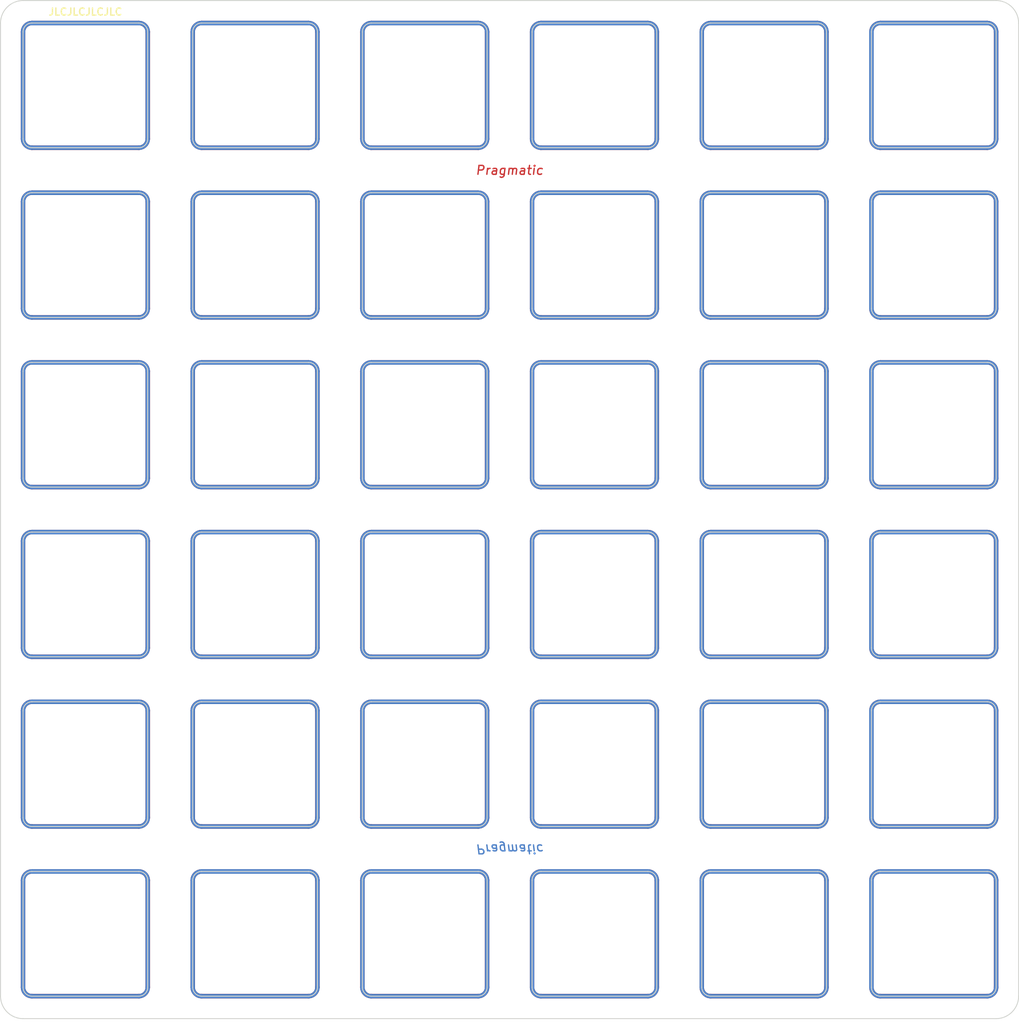
<source format=kicad_pcb>
(kicad_pcb (version 20211014) (generator pcbnew)
  (layers (0 "F.Cu" signal) (31 "B.Cu" signal) (34 "B.Paste" user) (35 "F.Paste" user) (36 "B.SilkS" user "B.Silkscreen") (37 "F.SilkS" user "F.Silkscreen") (38 "B.Mask" user) (39 "F.Mask" user) (44 "Edge.Cuts" user))
  (net 0 "")
  (footprint "Library:Switch_Hole" (layer "F.Cu") (at 88.9 107.95)
    (fp_text reference "REF**27" hide)
    (fp_text value "e" hide)
    (fp_line (start 7 6) (end 7 -6) (layer "Edge.Cuts") (width 0.12))
    (fp_line (start -7 6) (end -7 -6) (layer "Edge.Cuts") (width 0.12))
    (fp_line (start -6 7) (end 6 7) (layer "Edge.Cuts") (width 0.12))
    (fp_line (start -6 -7) (end 6 -7) (layer "Edge.Cuts") (width 0.12))
    (fp_arc (start -6 7) (mid -6.707107 6.707107) (end -7 6) (layer "Edge.Cuts") (width 0.12))
    (fp_arc (start -7 -6) (mid -6.707107 -6.707107) (end -6 -7) (layer "Edge.Cuts") (width 0.12))
    (fp_arc (start 6 -7) (mid 6.707107 -6.707107) (end 7 -6) (layer "Edge.Cuts") (width 0.12))
    (fp_arc (start 7 6) (mid 6.707107 6.707107) (end 6 7) (layer "Edge.Cuts") (width 0.12))
  )
  (footprint "Library:Switch_Hole" (layer "F.Cu") (at 50.8 88.9)
    (fp_text reference "REF**19" hide)
    (fp_text value "e" hide)
    (fp_line (start -6 7) (end 6 7) (layer "Edge.Cuts") (width 0.12))
    (fp_line (start -7 6) (end -7 -6) (layer "Edge.Cuts") (width 0.12))
    (fp_line (start -6 -7) (end 6 -7) (layer "Edge.Cuts") (width 0.12))
    (fp_line (start 7 6) (end 7 -6) (layer "Edge.Cuts") (width 0.12))
    (fp_arc (start -7 -6) (mid -6.707107 -6.707107) (end -6 -7) (layer "Edge.Cuts") (width 0.12))
    (fp_arc (start -6 7) (mid -6.707107 6.707107) (end -7 6) (layer "Edge.Cuts") (width 0.12))
    (fp_arc (start 6 -7) (mid 6.707107 -6.707107) (end 7 -6) (layer "Edge.Cuts") (width 0.12))
    (fp_arc (start 7 6) (mid 6.707107 6.707107) (end 6 7) (layer "Edge.Cuts") (width 0.12))
  )
  (footprint "MountingHole:MountingHole_2.7mm_M2.5" (layer "F.Cu") (at 117.475 117.475)
    (fp_text reference "REF**")
    (fp_text value "MountingHole_2.7mm_M2.5")
  )
  (footprint "Library:Switch_Hole" (layer "F.Cu") (at 107.95 50.8)
    (fp_text reference "REF**10" hide)
    (fp_text value "e" hide)
    (fp_line (start -7 6) (end -7 -6) (layer "Edge.Cuts") (width 0.12))
    (fp_line (start 7 6) (end 7 -6) (layer "Edge.Cuts") (width 0.12))
    (fp_line (start -6 -7) (end 6 -7) (layer "Edge.Cuts") (width 0.12))
    (fp_line (start -6 7) (end 6 7) (layer "Edge.Cuts") (width 0.12))
    (fp_arc (start 6 -7) (mid 6.707107 -6.707107) (end 7 -6) (layer "Edge.Cuts") (width 0.12))
    (fp_arc (start -6 7) (mid -6.707107 6.707107) (end -7 6) (layer "Edge.Cuts") (width 0.12))
    (fp_arc (start 7 6) (mid 6.707107 6.707107) (end 6 7) (layer "Edge.Cuts") (width 0.12))
    (fp_arc (start -7 -6) (mid -6.707107 -6.707107) (end -6 -7) (layer "Edge.Cuts") (width 0.12))
  )
  (footprint "Library:Switch_Hole" (layer "F.Cu") (at 69.85 31.75)
    (fp_text reference "REF**2" hide)
    (fp_text value "e" hide)
    (fp_line (start -6 -7) (end 6 -7) (layer "Edge.Cuts") (width 0.12))
    (fp_line (start -7 6) (end -7 -6) (layer "Edge.Cuts") (width 0.12))
    (fp_line (start 7 6) (end 7 -6) (layer "Edge.Cuts") (width 0.12))
    (fp_line (start -6 7) (end 6 7) (layer "Edge.Cuts") (width 0.12))
    (fp_arc (start 6 -7) (mid 6.707107 -6.707107) (end 7 -6) (layer "Edge.Cuts") (width 0.12))
    (fp_arc (start -7 -6) (mid -6.707107 -6.707107) (end -6 -7) (layer "Edge.Cuts") (width 0.12))
    (fp_arc (start -6 7) (mid -6.707107 6.707107) (end -7 6) (layer "Edge.Cuts") (width 0.12))
    (fp_arc (start 7 6) (mid 6.707107 6.707107) (end 6 7) (layer "Edge.Cuts") (width 0.12))
  )
  (footprint "Library:Switch_Hole" (layer "F.Cu") (at 88.9 31.75)
    (fp_text reference "REF**3" hide)
    (fp_text value "e" hide)
    (fp_line (start 7 6) (end 7 -6) (layer "Edge.Cuts") (width 0.12))
    (fp_line (start -7 6) (end -7 -6) (layer "Edge.Cuts") (width 0.12))
    (fp_line (start -6 7) (end 6 7) (layer "Edge.Cuts") (width 0.12))
    (fp_line (start -6 -7) (end 6 -7) (layer "Edge.Cuts") (width 0.12))
    (fp_arc (start -7 -6) (mid -6.707107 -6.707107) (end -6 -7) (layer "Edge.Cuts") (width 0.12))
    (fp_arc (start 7 6) (mid 6.707107 6.707107) (end 6 7) (layer "Edge.Cuts") (width 0.12))
    (fp_arc (start -6 7) (mid -6.707107 6.707107) (end -7 6) (layer "Edge.Cuts") (width 0.12))
    (fp_arc (start 6 -7) (mid 6.707107 -6.707107) (end 7 -6) (layer "Edge.Cuts") (width 0.12))
  )
  (footprint "Library:Switch_Hole" (layer "F.Cu") (at 50.8 69.85)
    (fp_text reference "REF**13" hide)
    (fp_text value "e" hide)
    (fp_line (start -6 -7) (end 6 -7) (layer "Edge.Cuts") (width 0.12))
    (fp_line (start -6 7) (end 6 7) (layer "Edge.Cuts") (width 0.12))
    (fp_line (start -7 6) (end -7 -6) (layer "Edge.Cuts") (width 0.12))
    (fp_line (start 7 6) (end 7 -6) (layer "Edge.Cuts") (width 0.12))
    (fp_arc (start 6 -7) (mid 6.707107 -6.707107) (end 7 -6) (layer "Edge.Cuts") (width 0.12))
    (fp_arc (start 7 6) (mid 6.707107 6.707107) (end 6 7) (layer "Edge.Cuts") (width 0.12))
    (fp_arc (start -6 7) (mid -6.707107 6.707107) (end -7 6) (layer "Edge.Cuts") (width 0.12))
    (fp_arc (start -7 -6) (mid -6.707107 -6.707107) (end -6 -7) (layer "Edge.Cuts") (width 0.12))
  )
  (footprint "Library:Switch_Hole" (layer "F.Cu") (at 127 88.9)
    (fp_text reference "REF**23" hide)
    (fp_text value "e" hide)
    (fp_line (start 7 6) (end 7 -6) (layer "Edge.Cuts") (width 0.12))
    (fp_line (start -7 6) (end -7 -6) (layer "Edge.Cuts") (width 0.12))
    (fp_line (start -6 -7) (end 6 -7) (layer "Edge.Cuts") (width 0.12))
    (fp_line (start -6 7) (end 6 7) (layer "Edge.Cuts") (width 0.12))
    (fp_arc (start -6 7) (mid -6.707107 6.707107) (end -7 6) (layer "Edge.Cuts") (width 0.12))
    (fp_arc (start 6 -7) (mid 6.707107 -6.707107) (end 7 -6) (layer "Edge.Cuts") (width 0.12))
    (fp_arc (start 7 6) (mid 6.707107 6.707107) (end 6 7) (layer "Edge.Cuts") (width 0.12))
    (fp_arc (start -7 -6) (mid -6.707107 -6.707107) (end -6 -7) (layer "Edge.Cuts") (width 0.12))
  )
  (footprint "Library:Switch_Hole" (layer "F.Cu") (at 31.75 50.8)
    (fp_text reference "REF**6" hide)
    (fp_text value "e" hide)
    (fp_line (start 7 6) (end 7 -6) (layer "Edge.Cuts") (width 0.12))
    (fp_line (start -6 -7) (end 6 -7) (layer "Edge.Cuts") (width 0.12))
    (fp_line (start -7 6) (end -7 -6) (layer "Edge.Cuts") (width 0.12))
    (fp_line (start -6 7) (end 6 7) (layer "Edge.Cuts") (width 0.12))
    (fp_arc (start -6 7) (mid -6.707107 6.707107) (end -7 6) (layer "Edge.Cuts") (width 0.12))
    (fp_arc (start 6 -7) (mid 6.707107 -6.707107) (end 7 -6) (layer "Edge.Cuts") (width 0.12))
    (fp_arc (start 7 6) (mid 6.707107 6.707107) (end 6 7) (layer "Edge.Cuts") (width 0.12))
    (fp_arc (start -7 -6) (mid -6.707107 -6.707107) (end -6 -7) (layer "Edge.Cuts") (width 0.12))
  )
  (footprint "Keyboard_JSA:JLC Legend" (layer "F.Cu") (at 31.75 23.495)
    (fp_text reference "REF**" hide)
    (fp_text value "JLC Legend" hide)
  )
  (footprint "Library:Switch_Hole" (layer "F.Cu") (at 127 127)
    (fp_text reference "REF**35" hide)
    (fp_text value "e" hide)
    (fp_line (start -6 7) (end 6 7) (layer "Edge.Cuts") (width 0.12))
    (fp_line (start -6 -7) (end 6 -7) (layer "Edge.Cuts") (width 0.12))
    (fp_line (start 7 6) (end 7 -6) (layer "Edge.Cuts") (width 0.12))
    (fp_line (start -7 6) (end -7 -6) (layer "Edge.Cuts") (width 0.12))
    (fp_arc (start 6 -7) (mid 6.707107 -6.707107) (end 7 -6) (layer "Edge.Cuts") (width 0.12))
    (fp_arc (start -7 -6) (mid -6.707107 -6.707107) (end -6 -7) (layer "Edge.Cuts") (width 0.12))
    (fp_arc (start 7 6) (mid 6.707107 6.707107) (end 6 7) (layer "Edge.Cuts") (width 0.12))
    (fp_arc (start -6 7) (mid -6.707107 6.707107) (end -7 6) (layer "Edge.Cuts") (width 0.12))
  )
  (footprint "Library:Switch_Hole" (layer "F.Cu") (at 69.85 107.95)
    (fp_text reference "REF**26" hide)
    (fp_text value "e" hide)
    (fp_line (start -6 -7) (end 6 -7) (layer "Edge.Cuts") (width 0.12))
    (fp_line (start -6 7) (end 6 7) (layer "Edge.Cuts") (width 0.12))
    (fp_line (start -7 6) (end -7 -6) (layer "Edge.Cuts") (width 0.12))
    (fp_line (start 7 6) (end 7 -6) (layer "Edge.Cuts") (width 0.12))
    (fp_arc (start -6 7) (mid -6.707107 6.707107) (end -7 6) (layer "Edge.Cuts") (width 0.12))
    (fp_arc (start 7 6) (mid 6.707107 6.707107) (end 6 7) (layer "Edge.Cuts") (width 0.12))
    (fp_arc (start 6 -7) (mid 6.707107 -6.707107) (end 7 -6) (layer "Edge.Cuts") (width 0.12))
    (fp_arc (start -7 -6) (mid -6.707107 -6.707107) (end -6 -7) (layer "Edge.Cuts") (width 0.12))
  )
  (footprint "Library:Switch_Hole" (layer "F.Cu") (at 107.95 88.9)
    (fp_text reference "REF**22" hide)
    (fp_text value "e" hide)
    (fp_line (start -6 7) (end 6 7) (layer "Edge.Cuts") (width 0.12))
    (fp_line (start 7 6) (end 7 -6) (layer "Edge.Cuts") (width 0.12))
    (fp_line (start -6 -7) (end 6 -7) (layer "Edge.Cuts") (width 0.12))
    (fp_line (start -7 6) (end -7 -6) (layer "Edge.Cuts") (width 0.12))
    (fp_arc (start 7 6) (mid 6.707107 6.707107) (end 6 7) (layer "Edge.Cuts") (width 0.12))
    (fp_arc (start 6 -7) (mid 6.707107 -6.707107) (end 7 -6) (layer "Edge.Cuts") (width 0.12))
    (fp_arc (start -6 7) (mid -6.707107 6.707107) (end -7 6) (layer "Edge.Cuts") (width 0.12))
    (fp_arc (start -7 -6) (mid -6.707107 -6.707107) (end -6 -7) (layer "Edge.Cuts") (width 0.12))
  )
  (footprint "Library:Switch_Hole" (layer "F.Cu") (at 50.8 127)
    (fp_text reference "REF**31" hide)
    (fp_text value "e" hide)
    (fp_line (start 7 6) (end 7 -6) (layer "Edge.Cuts") (width 0.12))
    (fp_line (start -6 -7) (end 6 -7) (layer "Edge.Cuts") (width 0.12))
    (fp_line (start -6 7) (end 6 7) (layer "Edge.Cuts") (width 0.12))
    (fp_line (start -7 6) (end -7 -6) (layer "Edge.Cuts") (width 0.12))
    (fp_arc (start 7 6) (mid 6.707107 6.707107) (end 6 7) (layer "Edge.Cuts") (width 0.12))
    (fp_arc (start -7 -6) (mid -6.707107 -6.707107) (end -6 -7) (layer "Edge.Cuts") (width 0.12))
    (fp_arc (start -6 7) (mid -6.707107 6.707107) (end -7 6) (layer "Edge.Cuts") (width 0.12))
    (fp_arc (start 6 -7) (mid 6.707107 -6.707107) (end 7 -6) (layer "Edge.Cuts") (width 0.12))
  )
  (footprint "Library:Switch_Hole" (layer "F.Cu") (at 127 69.85)
    (fp_text reference "REF**17" hide)
    (fp_text value "e" hide)
    (fp_line (start -7 6) (end -7 -6) (layer "Edge.Cuts") (width 0.12))
    (fp_line (start -6 -7) (end 6 -7) (layer "Edge.Cuts") (width 0.12))
    (fp_line (start -6 7) (end 6 7) (layer "Edge.Cuts") (width 0.12))
    (fp_line (start 7 6) (end 7 -6) (layer "Edge.Cuts") (width 0.12))
    (fp_arc (start 7 6) (mid 6.707107 6.707107) (end 6 7) (layer "Edge.Cuts") (width 0.12))
    (fp_arc (start 6 -7) (mid 6.707107 -6.707107) (end 7 -6) (layer "Edge.Cuts") (width 0.12))
    (fp_arc (start -7 -6) (mid -6.707107 -6.707107) (end -6 -7) (layer "Edge.Cuts") (width 0.12))
    (fp_arc (start -6 7) (mid -6.707107 6.707107) (end -7 6) (layer "Edge.Cuts") (width 0.12))
  )
  (footprint "Library:Switch_Hole" (layer "F.Cu") (at 107.95 107.95)
    (fp_text reference "REF**28" hide)
    (fp_text value "e" hide)
    (fp_line (start 7 6) (end 7 -6) (layer "Edge.Cuts") (width 0.12))
    (fp_line (start -7 6) (end -7 -6) (layer "Edge.Cuts") (width 0.12))
    (fp_line (start -6 -7) (end 6 -7) (layer "Edge.Cuts") (width 0.12))
    (fp_line (start -6 7) (end 6 7) (layer "Edge.Cuts") (width 0.12))
    (fp_arc (start 6 -7) (mid 6.707107 -6.707107) (end 7 -6) (layer "Edge.Cuts") (width 0.12))
    (fp_arc (start 7 6) (mid 6.707107 6.707107) (end 6 7) (layer "Edge.Cuts") (width 0.12))
    (fp_arc (start -7 -6) (mid -6.707107 -6.707107) (end -6 -7) (layer "Edge.Cuts") (width 0.12))
    (fp_arc (start -6 7) (mid -6.707107 6.707107) (end -7 6) (layer "Edge.Cuts") (width 0.12))
  )
  (footprint "Library:Switch_Hole" (layer "F.Cu") (at 69.85 50.8)
    (fp_text reference "REF**8" hide)
    (fp_text value "e" hide)
    (fp_line (start -6 -7) (end 6 -7) (layer "Edge.Cuts") (width 0.12))
    (fp_line (start 7 6) (end 7 -6) (layer "Edge.Cuts") (width 0.12))
    (fp_line (start -6 7) (end 6 7) (layer "Edge.Cuts") (width 0.12))
    (fp_line (start -7 6) (end -7 -6) (layer "Edge.Cuts") (width 0.12))
    (fp_arc (start 7 6) (mid 6.707107 6.707107) (end 6 7) (layer "Edge.Cuts") (width 0.12))
    (fp_arc (start -6 7) (mid -6.707107 6.707107) (end -7 6) (layer "Edge.Cuts") (width 0.12))
    (fp_arc (start 6 -7) (mid 6.707107 -6.707107) (end 7 -6) (layer "Edge.Cuts") (width 0.12))
    (fp_arc (start -7 -6) (mid -6.707107 -6.707107) (end -6 -7) (layer "Edge.Cuts") (width 0.12))
  )
  (footprint "Library:Switch_Hole" (layer "F.Cu") (at 107.95 31.75)
    (fp_text reference "REF**4" hide)
    (fp_text value "e" hide)
    (fp_line (start 7 6) (end 7 -6) (layer "Edge.Cuts") (width 0.12))
    (fp_line (start -6 -7) (end 6 -7) (layer "Edge.Cuts") (width 0.12))
    (fp_line (start -7 6) (end -7 -6) (layer "Edge.Cuts") (width 0.12))
    (fp_line (start -6 7) (end 6 7) (layer "Edge.Cuts") (width 0.12))
    (fp_arc (start -6 7) (mid -6.707107 6.707107) (end -7 6) (layer "Edge.Cuts") (width 0.12))
    (fp_arc (start -7 -6) (mid -6.707107 -6.707107) (end -6 -7) (layer "Edge.Cuts") (width 0.12))
    (fp_arc (start 7 6) (mid 6.707107 6.707107) (end 6 7) (layer "Edge.Cuts") (width 0.12))
    (fp_arc (start 6 -7) (mid 6.707107 -6.707107) (end 7 -6) (layer "Edge.Cuts") (width 0.12))
  )
  (footprint "Library:Switch_Hole" (layer "F.Cu") (at 69.85 88.9)
    (fp_text reference "REF**20" hide)
    (fp_text value "e" hide)
    (fp_line (start -6 7) (end 6 7) (layer "Edge.Cuts") (width 0.12))
    (fp_line (start -6 -7) (end 6 -7) (layer "Edge.Cuts") (width 0.12))
    (fp_line (start -7 6) (end -7 -6) (layer "Edge.Cuts") (width 0.12))
    (fp_line (start 7 6) (end 7 -6) (layer "Edge.Cuts") (width 0.12))
    (fp_arc (start 7 6) (mid 6.707107 6.707107) (end 6 7) (layer "Edge.Cuts") (width 0.12))
    (fp_arc (start 6 -7) (mid 6.707107 -6.707107) (end 7 -6) (layer "Edge.Cuts") (width 0.12))
    (fp_arc (start -7 -6) (mid -6.707107 -6.707107) (end -6 -7) (layer "Edge.Cuts") (width 0.12))
    (fp_arc (start -6 7) (mid -6.707107 6.707107) (end -7 6) (layer "Edge.Cuts") (width 0.12))
  )
  (footprint "MountingHole:MountingHole_2.7mm_M2.5" (layer "F.Cu") (at 41.275 41.275)
    (fp_text reference "REF**")
    (fp_text value "MountingHole_2.7mm_M2.5")
  )
  (footprint "Library:Switch_Hole" (layer "F.Cu") (at 88.9 127)
    (fp_text reference "REF**33" hide)
    (fp_text value "e" hide)
    (fp_line (start 7 6) (end 7 -6) (layer "Edge.Cuts") (width 0.12))
    (fp_line (start -7 6) (end -7 -6) (layer "Edge.Cuts") (width 0.12))
    (fp_line (start -6 7) (end 6 7) (layer "Edge.Cuts") (width 0.12))
    (fp_line (start -6 -7) (end 6 -7) (layer "Edge.Cuts") (width 0.12))
    (fp_arc (start 6 -7) (mid 6.707107 -6.707107) (end 7 -6) (layer "Edge.Cuts") (width 0.12))
    (fp_arc (start -6 7) (mid -6.707107 6.707107) (end -7 6) (layer "Edge.Cuts") (width 0.12))
    (fp_arc (start -7 -6) (mid -6.707107 -6.707107) (end -6 -7) (layer "Edge.Cuts") (width 0.12))
    (fp_arc (start 7 6) (mid 6.707107 6.707107) (end 6 7) (layer "Edge.Cuts") (width 0.12))
  )
  (footprint "Library:Switch_Hole" (layer "F.Cu") (at 69.85 127)
    (fp_text reference "REF**32" hide)
    (fp_text value "e" hide)
    (fp_line (start -7 6) (end -7 -6) (layer "Edge.Cuts") (width 0.12))
    (fp_line (start -6 -7) (end 6 -7) (layer "Edge.Cuts") (width 0.12))
    (fp_line (start 7 6) (end 7 -6) (layer "Edge.Cuts") (width 0.12))
    (fp_line (start -6 7) (end 6 7) (layer "Edge.Cuts") (width 0.12))
    (fp_arc (start 7 6) (mid 6.707107 6.707107) (end 6 7) (layer "Edge.Cuts") (width 0.12))
    (fp_arc (start -7 -6) (mid -6.707107 -6.707107) (end -6 -7) (layer "Edge.Cuts") (width 0.12))
    (fp_arc (start -6 7) (mid -6.707107 6.707107) (end -7 6) (layer "Edge.Cuts") (width 0.12))
    (fp_arc (start 6 -7) (mid 6.707107 -6.707107) (end 7 -6) (layer "Edge.Cuts") (width 0.12))
  )
  (footprint "Library:Switch_Hole" (layer "F.Cu") (at 127 107.95)
    (fp_text reference "REF**29" hide)
    (fp_text value "e" hide)
    (fp_line (start 7 6) (end 7 -6) (layer "Edge.Cuts") (width 0.12))
    (fp_line (start -6 -7) (end 6 -7) (layer "Edge.Cuts") (width 0.12))
    (fp_line (start -6 7) (end 6 7) (layer "Edge.Cuts") (width 0.12))
    (fp_line (start -7 6) (end -7 -6) (layer "Edge.Cuts") (width 0.12))
    (fp_arc (start -6 7) (mid -6.707107 6.707107) (end -7 6) (layer "Edge.Cuts") (width 0.12))
    (fp_arc (start -7 -6) (mid -6.707107 -6.707107) (end -6 -7) (layer "Edge.Cuts") (width 0.12))
    (fp_arc (start 6 -7) (mid 6.707107 -6.707107) (end 7 -6) (layer "Edge.Cuts") (width 0.12))
    (fp_arc (start 7 6) (mid 6.707107 6.707107) (end 6 7) (layer "Edge.Cuts") (width 0.12))
  )
  (footprint "Library:Switch_Hole" (layer "F.Cu") (at 107.95 127)
    (fp_text reference "REF**34" hide)
    (fp_text value "e" hide)
    (fp_line (start 7 6) (end 7 -6) (layer "Edge.Cuts") (width 0.12))
    (fp_line (start -7 6) (end -7 -6) (layer "Edge.Cuts") (width 0.12))
    (fp_line (start -6 -7) (end 6 -7) (layer "Edge.Cuts") (width 0.12))
    (fp_line (start -6 7) (end 6 7) (layer "Edge.Cuts") (width 0.12))
    (fp_arc (start -7 -6) (mid -6.707107 -6.707107) (end -6 -7) (layer "Edge.Cuts") (width 0.12))
    (fp_arc (start -6 7) (mid -6.707107 6.707107) (end -7 6) (layer "Edge.Cuts") (width 0.12))
    (fp_arc (start 6 -7) (mid 6.707107 -6.707107) (end 7 -6) (layer "Edge.Cuts") (width 0.12))
    (fp_arc (start 7 6) (mid 6.707107 6.707107) (end 6 7) (layer "Edge.Cuts") (width 0.12))
  )
  (footprint "Library:Switch_Hole" (layer "F.Cu") (at 127 31.75)
    (fp_text reference "REF**5" hide)
    (fp_text value "e" hide)
    (fp_line (start 7 6) (end 7 -6) (layer "Edge.Cuts") (width 0.12))
    (fp_line (start -6 -7) (end 6 -7) (layer "Edge.Cuts") (width 0.12))
    (fp_line (start -7 6) (end -7 -6) (layer "Edge.Cuts") (width 0.12))
    (fp_line (start -6 7) (end 6 7) (layer "Edge.Cuts") (width 0.12))
    (fp_arc (start -7 -6) (mid -6.707107 -6.707107) (end -6 -7) (layer "Edge.Cuts") (width 0.12))
    (fp_arc (start 6 -7) (mid 6.707107 -6.707107) (end 7 -6) (layer "Edge.Cuts") (width 0.12))
    (fp_arc (start 7 6) (mid 6.707107 6.707107) (end 6 7) (layer "Edge.Cuts") (width 0.12))
    (fp_arc (start -6 7) (mid -6.707107 6.707107) (end -7 6) (layer "Edge.Cuts") (width 0.12))
  )
  (footprint "Library:Switch_Hole" (layer "F.Cu") (at 31.75 127)
    (fp_text reference "REF**30" hide)
    (fp_text value "e" hide)
    (fp_line (start -6 7) (end 6 7) (layer "Edge.Cuts") (width 0.12))
    (fp_line (start -6 -7) (end 6 -7) (layer "Edge.Cuts") (width 0.12))
    (fp_line (start 7 6) (end 7 -6) (layer "Edge.Cuts") (width 0.12))
    (fp_line (start -7 6) (end -7 -6) (layer "Edge.Cuts") (width 0.12))
    (fp_arc (start 7 6) (mid 6.707107 6.707107) (end 6 7) (layer "Edge.Cuts") (width 0.12))
    (fp_arc (start -6 7) (mid -6.707107 6.707107) (end -7 6) (layer "Edge.Cuts") (width 0.12))
    (fp_arc (start 6 -7) (mid 6.707107 -6.707107) (end 7 -6) (layer "Edge.Cuts") (width 0.12))
    (fp_arc (start -7 -6) (mid -6.707107 -6.707107) (end -6 -7) (layer "Edge.Cuts") (width 0.12))
  )
  (footprint "Library:Switch_Hole" (layer "F.Cu") (at 107.95 69.85)
    (fp_text reference "REF**16" hide)
    (fp_text value "e" hide)
    (fp_line (start -6 -7) (end 6 -7) (layer "Edge.Cuts") (width 0.12))
    (fp_line (start 7 6) (end 7 -6) (layer "Edge.Cuts") (width 0.12))
    (fp_line (start -7 6) (end -7 -6) (layer "Edge.Cuts") (width 0.12))
    (fp_line (start -6 7) (end 6 7) (layer "Edge.Cuts") (width 0.12))
    (fp_arc (start 6 -7) (mid 6.707107 -6.707107) (end 7 -6) (layer "Edge.Cuts") (width 0.12))
    (fp_arc (start -7 -6) (mid -6.707107 -6.707107) (end -6 -7) (layer "Edge.Cuts") (width 0.12))
    (fp_arc (start 7 6) (mid 6.707107 6.707107) (end 6 7) (layer "Edge.Cuts") (width 0.12))
    (fp_arc (start -6 7) (mid -6.707107 6.707107) (end -7 6) (layer "Edge.Cuts") (width 0.12))
  )
  (footprint "MountingHole:MountingHole_2.7mm_M2.5" (layer "F.Cu") (at 79.375 79.375)
    (fp_text reference "REF**")
    (fp_text value "MountingHole_2.7mm_M2.5")
  )
  (footprint "Library:Switch_Hole" (layer "F.Cu") (at 31.75 69.85)
    (fp_text reference "REF**12" hide)
    (fp_text value "e" hide)
    (fp_line (start -7 6) (end -7 -6) (layer "Edge.Cuts") (width 0.12))
    (fp_line (start -6 7) (end 6 7) (layer "Edge.Cuts") (width 0.12))
    (fp_line (start -6 -7) (end 6 -7) (layer "Edge.Cuts") (width 0.12))
    (fp_line (start 7 6) (end 7 -6) (layer "Edge.Cuts") (width 0.12))
    (fp_arc (start 6 -7) (mid 6.707107 -6.707107) (end 7 -6) (layer "Edge.Cuts") (width 0.12))
    (fp_arc (start -7 -6) (mid -6.707107 -6.707107) (end -6 -7) (layer "Edge.Cuts") (width 0.12))
    (fp_arc (start 7 6) (mid 6.707107 6.707107) (end 6 7) (layer "Edge.Cuts") (width 0.12))
    (fp_arc (start -6 7) (mid -6.707107 6.707107) (end -7 6) (layer "Edge.Cuts") (width 0.12))
  )
  (footprint "Library:Switch_Hole" (layer "F.Cu") (at 88.9 69.85)
    (fp_text reference "REF**15" hide)
    (fp_text value "e" hide)
    (fp_line (start -6 7) (end 6 7) (layer "Edge.Cuts") (width 0.12))
    (fp_line (start -6 -7) (end 6 -7) (layer "Edge.Cuts") (width 0.12))
    (fp_line (start 7 6) (end 7 -6) (layer "Edge.Cuts") (width 0.12))
    (fp_line (start -7 6) (end -7 -6) (layer "Edge.Cuts") (width 0.12))
    (fp_arc (start 6 -7) (mid 6.707107 -6.707107) (end 7 -6) (layer "Edge.Cuts") (width 0.12))
    (fp_arc (start -7 -6) (mid -6.707107 -6.707107) (end -6 -7) (layer "Edge.Cuts") (width 0.12))
    (fp_arc (start 7 6) (mid 6.707107 6.707107) (end 6 7) (layer "Edge.Cuts") (width 0.12))
    (fp_arc (start -6 7) (mid -6.707107 6.707107) (end -7 6) (layer "Edge.Cuts") (width 0.12))
  )
  (footprint "Library:Switch_Hole" (layer "F.Cu") (at 127 50.8)
    (fp_text reference "REF**11" hide)
    (fp_text value "e" hide)
    (fp_line (start -6 7) (end 6 7) (layer "Edge.Cuts") (width 0.12))
    (fp_line (start -7 6) (end -7 -6) (layer "Edge.Cuts") (width 0.12))
    (fp_line (start -6 -7) (end 6 -7) (layer "Edge.Cuts") (width 0.12))
    (fp_line (start 7 6) (end 7 -6) (layer "Edge.Cuts") (width 0.12))
    (fp_arc (start -7 -6) (mid -6.707107 -6.707107) (end -6 -7) (layer "Edge.Cuts") (width 0.12))
    (fp_arc (start 7 6) (mid 6.707107 6.707107) (end 6 7) (layer "Edge.Cuts") (width 0.12))
    (fp_arc (start -6 7) (mid -6.707107 6.707107) (end -7 6) (layer "Edge.Cuts") (width 0.12))
    (fp_arc (start 6 -7) (mid 6.707107 -6.707107) (end 7 -6) (layer "Edge.Cuts") (width 0.12))
  )
  (footprint "Library:Switch_Hole" (layer "F.Cu") (at 69.85 69.85)
    (fp_text reference "REF**14" hide)
    (fp_text value "e" hide)
    (fp_line (start -7 6) (end -7 -6) (layer "Edge.Cuts") (width 0.12))
    (fp_line (start 7 6) (end 7 -6) (layer "Edge.Cuts") (width 0.12))
    (fp_line (start -6 7) (end 6 7) (layer "Edge.Cuts") (width 0.12))
    (fp_line (start -6 -7) (end 6 -7) (layer "Edge.Cuts") (width 0.12))
    (fp_arc (start -7 -6) (mid -6.707107 -6.707107) (end -6 -7) (layer "Edge.Cuts") (width 0.12))
    (fp_arc (start -6 7) (mid -6.707107 6.707107) (end -7 6) (layer "Edge.Cuts") (width 0.12))
    (fp_arc (start 6 -7) (mid 6.707107 -6.707107) (end 7 -6) (layer "Edge.Cuts") (width 0.12))
    (fp_arc (start 7 6) (mid 6.707107 6.707107) (end 6 7) (layer "Edge.Cuts") (width 0.12))
  )
  (footprint "Library:Switch_Hole" (layer "F.Cu") (at 50.8 50.8)
    (fp_text reference "REF**7" hide)
    (fp_text value "e" hide)
    (fp_line (start -7 6) (end -7 -6) (layer "Edge.Cuts") (width 0.12))
    (fp_line (start -6 -7) (end 6 -7) (layer "Edge.Cuts") (width 0.12))
    (fp_line (start -6 7) (end 6 7) (layer "Edge.Cuts") (width 0.12))
    (fp_line (start 7 6) (end 7 -6) (layer "Edge.Cuts") (width 0.12))
    (fp_arc (start 6 -7) (mid 6.707107 -6.707107) (end 7 -6) (layer "Edge.Cuts") (width 0.12))
    (fp_arc (start 7 6) (mid 6.707107 6.707107) (end 6 7) (layer "Edge.Cuts") (width 0.12))
    (fp_arc (start -6 7) (mid -6.707107 6.707107) (end -7 6) (layer "Edge.Cuts") (width 0.12))
    (fp_arc (start -7 -6) (mid -6.707107 -6.707107) (end -6 -7) (layer "Edge.Cuts") (width 0.12))
  )
  (footprint "Library:Switch_Hole" (layer "F.Cu") (at 88.9 88.9)
    (fp_text reference "REF**21" hide)
    (fp_text value "e" hide)
    (fp_line (start -6 -7) (end 6 -7) (layer "Edge.Cuts") (width 0.12))
    (fp_line (start -7 6) (end -7 -6) (layer "Edge.Cuts") (width 0.12))
    (fp_line (start -6 7) (end 6 7) (layer "Edge.Cuts") (width 0.12))
    (fp_line (start 7 6) (end 7 -6) (layer "Edge.Cuts") (width 0.12))
    (fp_arc (start 7 6) (mid 6.707107 6.707107) (end 6 7) (layer "Edge.Cuts") (width 0.12))
    (fp_arc (start 6 -7) (mid 6.707107 -6.707107) (end 7 -6) (layer "Edge.Cuts") (width 0.12))
    (fp_arc (start -7 -6) (mid -6.707107 -6.707107) (end -6 -7) (layer "Edge.Cuts") (width 0.12))
    (fp_arc (start -6 7) (mid -6.707107 6.707107) (end -7 6) (layer "Edge.Cuts") (width 0.12))
  )
  (footprint "Keyboard_JSA:JLC Legend" (layer "F.Cu") (at 127 135.255)
    (fp_text reference "REF**" hide)
    (fp_text value "JLC Legend" hide)
  )
  (footprint "MountingHole:MountingHole_2.7mm_M2.5" (layer "F.Cu") (at 117.475 41.275)
    (fp_text reference "REF**")
    (fp_text value "MountingHole_2.7mm_M2.5")
  )
  (footprint "MountingHole:MountingHole_2.7mm_M2.5" (layer "F.Cu") (at 41.275 117.475)
    (fp_text reference "REF**")
    (fp_text value "MountingHole_2.7mm_M2.5")
  )
  (footprint "Library:Switch_Hole" (layer "F.Cu") (at 88.9 50.8)
    (fp_text reference "REF**9" hide)
    (fp_text value "e" hide)
    (fp_line (start -6 -7) (end 6 -7) (layer "Edge.Cuts") (width 0.12))
    (fp_line (start -6 7) (end 6 7) (layer "Edge.Cuts") (width 0.12))
    (fp_line (start 7 6) (end 7 -6) (layer "Edge.Cuts") (width 0.12))
    (fp_line (start -7 6) (end -7 -6) (layer "Edge.Cuts") (width 0.12))
    (fp_arc (start 7 6) (mid 6.707107 6.707107) (end 6 7) (layer "Edge.Cuts") (width 0.12))
    (fp_arc (start 6 -7) (mid 6.707107 -6.707107) (end 7 -6) (layer "Edge.Cuts") (width 0.12))
    (fp_arc (start -6 7) (mid -6.707107 6.707107) (end -7 6) (layer "Edge.Cuts") (width 0.12))
    (fp_arc (start -7 -6) (mid -6.707107 -6.707107) (end -6 -7) (layer "Edge.Cuts") (width 0.12))
  )
  (footprint "Library:Switch_Hole" (layer "F.Cu") (at 50.8 31.75)
    (fp_text reference "REF**1" hide)
    (fp_text value "e" hide)
    (fp_line (start 7 6) (end 7 -6) (layer "Edge.Cuts") (width 0.12))
    (fp_line (start -6 7) (end 6 7) (layer "Edge.Cuts") (width 0.12))
    (fp_line (start -7 6) (end -7 -6) (layer "Edge.Cuts") (width 0.12))
    (fp_line (start -6 -7) (end 6 -7) (layer "Edge.Cuts") (width 0.12))
    (fp_arc (start 7 6) (mid 6.707107 6.707107) (end 6 7) (layer "Edge.Cuts") (width 0.12))
    (fp_arc (start -6 7) (mid -6.707107 6.707107) (end -7 6) (layer "Edge.Cuts") (width 0.12))
    (fp_arc (start 6 -7) (mid 6.707107 -6.707107) (end 7 -6) (layer "Edge.Cuts") (width 0.12))
    (fp_arc (start -7 -6) (mid -6.707107 -6.707107) (end -6 -7) (layer "Edge.Cuts") (width 0.12))
  )
  (footprint "Library:Switch_Hole" (layer "F.Cu") (at 31.75 31.75)
    (fp_text reference "REF**" hide)
    (fp_text value "e" hide)
    (fp_line (start -7 6) (end -7 -6) (layer "Edge.Cuts") (width 0.12))
    (fp_line (start -6 -7) (end 6 -7) (layer "Edge.Cuts") (width 0.12))
    (fp_line (start -6 7) (end 6 7) (layer "Edge.Cuts") (width 0.12))
    (fp_line (start 7 6) (end 7 -6) (layer "Edge.Cuts") (width 0.12))
    (fp_arc (start 7 6) (mid 6.707107 6.707107) (end 6 7) (layer "Edge.Cuts") (width 0.12))
    (fp_arc (start -6 7) (mid -6.707107 6.707107) (end -7 6) (layer "Edge.Cuts") (width 0.12))
    (fp_arc (start -7 -6) (mid -6.707107 -6.707107) (end -6 -7) (layer "Edge.Cuts") (width 0.12))
    (fp_arc (start 6 -7) (mid 6.707107 -6.707107) (end 7 -6) (layer "Edge.Cuts") (width 0.12))
  )
  (footprint "Library:Switch_Hole" (layer "F.Cu") (at 31.75 88.9)
    (fp_text reference "REF**18" hide)
    (fp_text value "e" hide)
    (fp_line (start -6 7) (end 6 7) (layer "Edge.Cuts") (width 0.12))
    (fp_line (start -7 6) (end -7 -6) (layer "Edge.Cuts") (width 0.12))
    (fp_line (start -6 -7) (end 6 -7) (layer "Edge.Cuts") (width 0.12))
    (fp_line (start 7 6) (end 7 -6) (layer "Edge.Cuts") (width 0.12))
    (fp_arc (start -6 7) (mid -6.707107 6.707107) (end -7 6) (layer "Edge.Cuts") (width 0.12))
    (fp_arc (start 7 6) (mid 6.707107 6.707107) (end 6 7) (layer "Edge.Cuts") (width 0.12))
    (fp_arc (start -7 -6) (mid -6.707107 -6.707107) (end -6 -7) (layer "Edge.Cuts") (width 0.12))
    (fp_arc (start 6 -7) (mid 6.707107 -6.707107) (end 7 -6) (layer "Edge.Cuts") (width 0.12))
  )
  (footprint "Library:Switch_Hole" (layer "F.Cu") (at 31.75 107.95)
    (fp_text reference "REF**24" hide)
    (fp_text value "e" hide)
    (fp_line (start -6 7) (end 6 7) (layer "Edge.Cuts") (width 0.12))
    (fp_line (start -7 6) (end -7 -6) (layer "Edge.Cuts") (width 0.12))
    (fp_line (start 7 6) (end 7 -6) (layer "Edge.Cuts") (width 0.12))
    (fp_line (start -6 -7) (end 6 -7) (layer "Edge.Cuts") (width 0.12))
    (fp_arc (start 7 6) (mid 6.707107 6.707107) (end 6 7) (layer "Edge.Cuts") (width 0.12))
    (fp_arc (start -7 -6) (mid -6.707107 -6.707107) (end -6 -7) (layer "Edge.Cuts") (width 0.12))
    (fp_arc (start 6 -7) (mid 6.707107 -6.707107) (end 7 -6) (layer "Edge.Cuts") (width 0.12))
    (fp_arc (start -6 7) (mid -6.707107 6.707107) (end -7 6) (layer "Edge.Cuts") (width 0.12))
  )
  (footprint "Library:Switch_Hole" (layer "F.Cu") (at 50.8 107.95)
    (fp_text reference "REF**25" hide)
    (fp_text value "e" hide)
    (fp_line (start -7 6) (end -7 -6) (layer "Edge.Cuts") (width 0.12))
    (fp_line (start -6 -7) (end 6 -7) (layer "Edge.Cuts") (width 0.12))
    (fp_line (start -6 7) (end 6 7) (layer "Edge.Cuts") (width 0.12))
    (fp_line (start 7 6) (end 7 -6) (layer "Edge.Cuts") (width 0.12))
    (fp_arc (start -7 -6) (mid -6.707107 -6.707107) (end -6 -7) (layer "Edge.Cuts") (width 0.12))
    (fp_arc (start -6 7) (mid -6.707107 6.707107) (end -7 6) (layer "Edge.Cuts") (width 0.12))
    (fp_arc (start 7 6) (mid 6.707107 6.707107) (end 6 7) (layer "Edge.Cuts") (width 0.12))
    (fp_arc (start 6 -7) (mid 6.707107 -6.707107) (end 7 -6) (layer "Edge.Cuts") (width 0.12))
  )
  (gr_line (start 22.225 133.985) (end 22.225 24.765) (layer "Edge.Cuts") (width 0.1))
  (gr_line (start 24.765 22.225) (end 133.985 22.225) (layer "Edge.Cuts") (width 0.1))
  (gr_line (start 133.985 136.525) (end 24.765 136.525) (layer "Edge.Cuts") (width 0.1))
  (gr_arc (start 22.225 24.765) (mid 22.968949 22.968949) (end 24.765 22.225) (layer "Edge.Cuts") (width 0.1))
  (gr_arc (start 136.525 133.985) (mid 135.781051 135.781051) (end 133.985 136.525) (layer "Edge.Cuts") (width 0.1))
  (gr_arc (start 133.985 22.225) (mid 135.781051 22.968949) (end 136.525 24.765) (layer "Edge.Cuts") (width 0.1))
  (gr_line (start 136.525 24.765) (end 136.525 133.985) (layer "Edge.Cuts") (width 0.1))
  (gr_arc (start 24.765 136.525) (mid 22.968949 135.781051) (end 22.225 133.985) (layer "Edge.Cuts") (width 0.1))
  (gr_text "Pragmatic" (at 79.375 41.275) (layer "F.Cu") (effects (font (size 1 1) (thickness 0.15) italic)))
  (gr_text "Pragmatic" (at 79.374998 117.475 -180) (layer "B.Cu") (effects (font (size 1 1) (thickness 0.15) italic) (justify mirror)))
)
</source>
